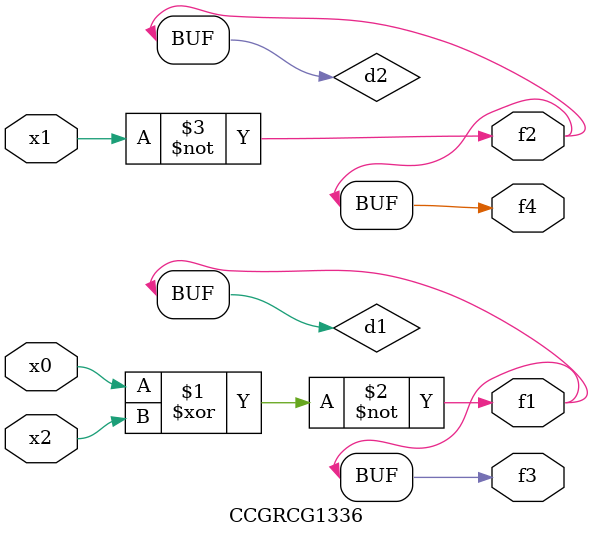
<source format=v>
module CCGRCG1336(
	input x0, x1, x2,
	output f1, f2, f3, f4
);

	wire d1, d2, d3;

	xnor (d1, x0, x2);
	nand (d2, x1);
	nor (d3, x1, x2);
	assign f1 = d1;
	assign f2 = d2;
	assign f3 = d1;
	assign f4 = d2;
endmodule

</source>
